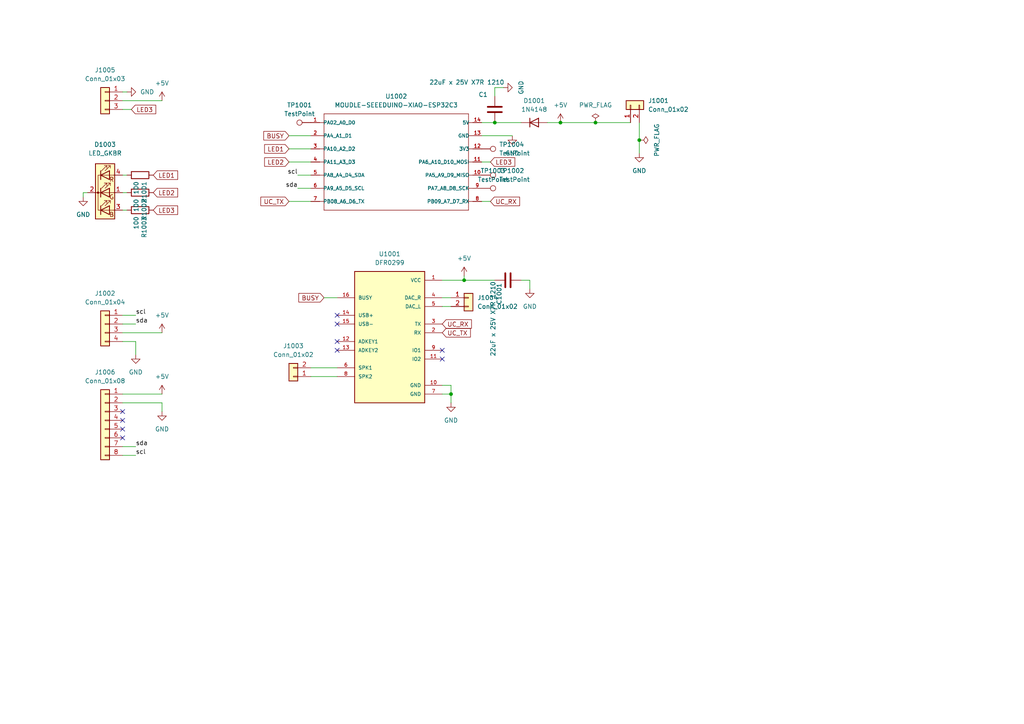
<source format=kicad_sch>
(kicad_sch (version 20231120) (generator "eeschema") (generator_version "8.0")
  (paper "A4")
  (lib_symbols
    (symbol "Connector:TestPoint" (pin_numbers hide) (pin_names (offset 0.762) hide)
      (property "Reference" "TP" (at 0 6.858 0))
      (property "Value" "TestPoint" (at 0 5.08 0))
      (symbol "TestPoint_0_1"
        (circle (center 0 3.302) (radius 0.762))
      )
      (symbol "TestPoint_1_1"
        (pin passive line (at 0 0 90) (length 2.54) (name "1") (number "1"))
      )
    )
    (symbol "Connector_Generic:Conn_01x02" (pin_names (offset 1.016) hide)
      (property "Reference" "J" (at 0 2.54 0))
      (property "Value" "Conn_01x02" (at 0 -5.08 0))
      (symbol "Conn_01x02_1_1"
        (rectangle (start -1.27 -2.413) (end 0 -2.667) (stroke (width 0.1524)))
        (rectangle (start -1.27 0.127) (end 0 -0.127) (stroke (width 0.1524)))
        (rectangle (start -1.27 1.27) (end 1.27 -3.81) (stroke (width 0.254)) (fill (type background)))
        (pin passive line (at -5.08 0 0) (length 3.81) (name "Pin_1") (number "1"))
        (pin passive line (at -5.08 -2.54 0) (length 3.81) (name "Pin_2") (number "2"))
      )
    )
    (symbol "Connector_Generic:Conn_01x03" (pin_names (offset 1.016) hide)
      (property "Reference" "J" (at 0 5.08 0))
      (property "Value" "Conn_01x03" (at 0 -5.08 0))
      (symbol "Conn_01x03_1_1"
        (rectangle (start -1.27 -2.413) (end 0 -2.667) (stroke (width 0.1524)))
        (rectangle (start -1.27 0.127) (end 0 -0.127) (stroke (width 0.1524)))
        (rectangle (start -1.27 2.667) (end 0 2.413) (stroke (width 0.1524)))
        (rectangle (start -1.27 3.81) (end 1.27 -3.81) (stroke (width 0.254)) (fill (type background)))
        (pin passive line (at -5.08 2.54 0) (length 3.81) (name "Pin_1") (number "1"))
        (pin passive line (at -5.08 0 0) (length 3.81) (name "Pin_2") (number "2"))
        (pin passive line (at -5.08 -2.54 0) (length 3.81) (name "Pin_3") (number "3"))
      )
    )
    (symbol "Connector_Generic:Conn_01x04" (pin_names (offset 1.016) hide)
      (property "Reference" "J" (at 0 5.08 0))
      (property "Value" "Conn_01x04" (at 0 -7.62 0))
      (symbol "Conn_01x04_1_1"
        (rectangle (start -1.27 -4.953) (end 0 -5.207) (stroke (width 0.1524)))
        (rectangle (start -1.27 -2.413) (end 0 -2.667) (stroke (width 0.1524)))
        (rectangle (start -1.27 0.127) (end 0 -0.127) (stroke (width 0.1524)))
        (rectangle (start -1.27 2.667) (end 0 2.413) (stroke (width 0.1524)))
        (rectangle (start -1.27 3.81) (end 1.27 -6.35) (stroke (width 0.254)) (fill (type background)))
        (pin passive line (at -5.08 2.54 0) (length 3.81) (name "Pin_1") (number "1"))
        (pin passive line (at -5.08 0 0) (length 3.81) (name "Pin_2") (number "2"))
        (pin passive line (at -5.08 -2.54 0) (length 3.81) (name "Pin_3") (number "3"))
        (pin passive line (at -5.08 -5.08 0) (length 3.81) (name "Pin_4") (number "4"))
      )
    )
    (symbol "Connector_Generic:Conn_01x08" (pin_names (offset 1.016) hide)
      (property "Reference" "J" (at 0 10.16 0))
      (property "Value" "Conn_01x08" (at 0 -12.7 0))
      (symbol "Conn_01x08_1_1"
        (rectangle (start -1.27 -10.033) (end 0 -10.287) (stroke (width 0.1524)))
        (rectangle (start -1.27 -7.493) (end 0 -7.747) (stroke (width 0.1524)))
        (rectangle (start -1.27 -4.953) (end 0 -5.207) (stroke (width 0.1524)))
        (rectangle (start -1.27 -2.413) (end 0 -2.667) (stroke (width 0.1524)))
        (rectangle (start -1.27 0.127) (end 0 -0.127) (stroke (width 0.1524)))
        (rectangle (start -1.27 2.667) (end 0 2.413) (stroke (width 0.1524)))
        (rectangle (start -1.27 5.207) (end 0 4.953) (stroke (width 0.1524)))
        (rectangle (start -1.27 7.747) (end 0 7.493) (stroke (width 0.1524)))
        (rectangle (start -1.27 8.89) (end 1.27 -11.43) (stroke (width 0.254)) (fill (type background)))
        (pin passive line (at -5.08 7.62 0) (length 3.81) (name "Pin_1") (number "1"))
        (pin passive line (at -5.08 5.08 0) (length 3.81) (name "Pin_2") (number "2"))
        (pin passive line (at -5.08 2.54 0) (length 3.81) (name "Pin_3") (number "3"))
        (pin passive line (at -5.08 0 0) (length 3.81) (name "Pin_4") (number "4"))
        (pin passive line (at -5.08 -2.54 0) (length 3.81) (name "Pin_5") (number "5"))
        (pin passive line (at -5.08 -5.08 0) (length 3.81) (name "Pin_6") (number "6"))
        (pin passive line (at -5.08 -7.62 0) (length 3.81) (name "Pin_7") (number "7"))
        (pin passive line (at -5.08 -10.16 0) (length 3.81) (name "Pin_8") (number "8"))
      )
    )
    (symbol "DFR0299:DFR0299" (pin_names (offset 1.016))
      (property "Reference" "U1001" (at 0 22.86 0))
      (property "Value" "DFR0299" (at 0 20.32 0))
      (symbol "DFR0299_0_0"
        (rectangle (start -10.16 -20.32) (end 10.16 17.78) (stroke (width 0.254)) (fill (type background)))
        (pin power_in line (at 15.24 15.24 180) (length 5.08) (name "VCC") (number "1"))
        (pin power_in line (at 15.24 -15.24 180) (length 5.08) (name "GND") (number "10"))
        (pin bidirectional line (at 15.24 -7.62 180) (length 5.08) (name "IO2") (number "11"))
        (pin input line (at -15.24 -2.54 0) (length 5.08) (name "ADKEY1") (number "12"))
        (pin input line (at -15.24 -5.08 0) (length 5.08) (name "ADKEY2") (number "13"))
        (pin input line (at -15.24 5.08 0) (length 5.08) (name "USB+") (number "14"))
        (pin input line (at -15.24 2.54 0) (length 5.08) (name "USB-") (number "15"))
        (pin input line (at -15.24 10.16 0) (length 5.08) (name "BUSY") (number "16"))
        (pin input line (at 15.24 0 180) (length 5.08) (name "RX") (number "2"))
        (pin output line (at 15.24 2.54 180) (length 5.08) (name "TX") (number "3"))
        (pin output line (at 15.24 10.16 180) (length 5.08) (name "DAC_R") (number "4"))
        (pin output line (at 15.24 7.62 180) (length 5.08) (name "DAC_L") (number "5"))
        (pin passive line (at -15.24 -10.16 0) (length 5.08) (name "SPK1") (number "6"))
        (pin power_in line (at 15.24 -17.78 180) (length 5.08) (name "GND") (number "7"))
        (pin passive line (at -15.24 -12.7 0) (length 5.08) (name "SPK2") (number "8"))
        (pin bidirectional line (at 15.24 -5.08 180) (length 5.08) (name "IO1") (number "9"))
      )
    )
    (symbol "Device:C" (pin_numbers hide) (pin_names (offset 0.254))
      (property "Reference" "C" (at 0.635 2.54 0))
      (property "Value" "C" (at 0.635 -2.54 0))
      (symbol "C_0_1"
        (polyline (pts (xy -2.032 -0.762) (xy 2.032 -0.762)) (stroke (width 0.508)))
        (polyline (pts (xy -2.032 0.762) (xy 2.032 0.762)) (stroke (width 0.508)))
      )
      (symbol "C_1_1"
        (pin passive line (at 0 3.81 270) (length 2.794) (name "~") (number "1"))
        (pin passive line (at 0 -3.81 90) (length 2.794) (name "~") (number "2"))
      )
    )
    (symbol "Device:LED_GKBR" (pin_names (offset 0) hide)
      (property "Reference" "D" (at 0 9.398 0))
      (property "Value" "LED_GKBR" (at 0 -8.89 0))
      (symbol "LED_GKBR_0_0"
        (text "B" (at 1.905 -6.35 0) (effects (font (size 1.27 1.27))))
        (text "G" (at 1.905 -1.27 0) (effects (font (size 1.27 1.27))))
        (text "R" (at 1.905 3.81 0) (effects (font (size 1.27 1.27))))
      )
      (symbol "LED_GKBR_0_1"
        (circle (center -2.032 0) (radius 0.254) (fill (type outline)))
        (polyline (pts (xy -1.27 -5.08) (xy 1.27 -5.08)))
        (polyline (pts (xy -1.27 -3.81) (xy -1.27 -6.35)) (stroke (width 0.254)))
        (polyline (pts (xy -1.27 0) (xy -2.54 0)))
        (polyline (pts (xy -1.27 1.27) (xy -1.27 -1.27)) (stroke (width 0.254)))
        (polyline (pts (xy -1.27 5.08) (xy 1.27 5.08)))
        (polyline (pts (xy -1.27 6.35) (xy -1.27 3.81)) (stroke (width 0.254)))
        (polyline (pts (xy 1.27 -5.08) (xy 2.54 -5.08)))
        (polyline (pts (xy 1.27 0) (xy -1.27 0)))
        (polyline (pts (xy 1.27 0) (xy 2.54 0)))
        (polyline (pts (xy 1.27 5.08) (xy 2.54 5.08)))
        (polyline (pts (xy -1.27 1.27) (xy -1.27 -1.27) (xy -1.27 -1.27)))
        (polyline (pts (xy -1.27 6.35) (xy -1.27 3.81) (xy -1.27 3.81)))
        (polyline (pts (xy -1.27 5.08) (xy -2.032 5.08) (xy -2.032 -5.08) (xy -1.016 -5.08)))
        (polyline (pts (xy 1.27 -3.81) (xy 1.27 -6.35) (xy -1.27 -5.08) (xy 1.27 -3.81)) (stroke (width 0.254)))
        (polyline (pts (xy 1.27 1.27) (xy 1.27 -1.27) (xy -1.27 0) (xy 1.27 1.27)) (stroke (width 0.254)))
        (polyline (pts (xy 1.27 6.35) (xy 1.27 3.81) (xy -1.27 5.08) (xy 1.27 6.35)) (stroke (width 0.254)))
        (polyline (pts (xy -1.016 -3.81) (xy 0.508 -2.286) (xy -0.254 -2.286) (xy 0.508 -2.286) (xy 0.508 -3.048)))
        (polyline (pts (xy -1.016 1.27) (xy 0.508 2.794) (xy -0.254 2.794) (xy 0.508 2.794) (xy 0.508 2.032)))
        (polyline (pts (xy -1.016 6.35) (xy 0.508 7.874) (xy -0.254 7.874) (xy 0.508 7.874) (xy 0.508 7.112)))
        (polyline (pts (xy 0 -3.81) (xy 1.524 -2.286) (xy 0.762 -2.286) (xy 1.524 -2.286) (xy 1.524 -3.048)))
        (polyline (pts (xy 0 1.27) (xy 1.524 2.794) (xy 0.762 2.794) (xy 1.524 2.794) (xy 1.524 2.032)))
        (polyline (pts (xy 0 6.35) (xy 1.524 7.874) (xy 0.762 7.874) (xy 1.524 7.874) (xy 1.524 7.112)))
        (rectangle (start 1.27 -1.27) (end 1.27 1.27))
        (rectangle (start 1.27 1.27) (end 1.27 1.27))
        (rectangle (start 1.27 3.81) (end 1.27 6.35))
        (rectangle (start 1.27 6.35) (end 1.27 6.35))
        (rectangle (start 2.794 8.382) (end -2.794 -7.62) (stroke (width 0.254)) (fill (type background)))
      )
      (symbol "LED_GKBR_1_1"
        (pin passive line (at 5.08 0 180) (length 2.54) (name "GA") (number "1"))
        (pin passive line (at -5.08 0 0) (length 2.54) (name "K") (number "2"))
        (pin passive line (at 5.08 -5.08 180) (length 2.54) (name "BA") (number "3"))
        (pin passive line (at 5.08 5.08 180) (length 2.54) (name "RA") (number "4"))
      )
    )
    (symbol "Device:R" (pin_numbers hide) (pin_names (offset 0))
      (property "Reference" "R" (at 2.032 0 90))
      (property "Value" "R" (at 0 0 90))
      (symbol "R_0_1"
        (rectangle (start -1.016 -2.54) (end 1.016 2.54) (stroke (width 0.254)))
      )
      (symbol "R_1_1"
        (pin passive line (at 0 3.81 270) (length 1.27) (name "~") (number "1"))
        (pin passive line (at 0 -3.81 90) (length 1.27) (name "~") (number "2"))
      )
    )
    (symbol "Diode:1N4148" (pin_numbers hide) (pin_names hide)
      (property "Reference" "D" (at 0 2.54 0))
      (property "Value" "1N4148" (at 0 -2.54 0))
      (symbol "1N4148_0_1"
        (polyline (pts (xy -1.27 1.27) (xy -1.27 -1.27)) (stroke (width 0.254)))
        (polyline (pts (xy 1.27 0) (xy -1.27 0)))
        (polyline (pts (xy 1.27 1.27) (xy 1.27 -1.27) (xy -1.27 0) (xy 1.27 1.27)) (stroke (width 0.254)))
      )
      (symbol "1N4148_1_1"
        (pin passive line (at -3.81 0 0) (length 2.54) (name "K") (number "1"))
        (pin passive line (at 3.81 0 180) (length 2.54) (name "A") (number "2"))
      )
    )
    (symbol "MOUDLE-SEEEDUINO-XIAO-ESP32C3:MOUDLE-SEEEDUINO-XIAO-ESP32C3" (pin_names (offset 1.016))
      (property "Reference" "U" (at -21.59 15.24 0))
      (property "Value" "MOUDLE-SEEEDUINO-XIAO-ESP32C3" (at -21.59 13.97 0))
      (symbol "MOUDLE-SEEEDUINO-XIAO-ESP32C3_0_0"
        (polyline (pts (xy -21.59 -13.97) (xy -21.59 0)) (stroke (width 0.1524)))
        (polyline (pts (xy -21.59 -11.43) (xy -22.86 -11.43)) (stroke (width 0.1524)))
        (polyline (pts (xy -21.59 -7.62) (xy -22.86 -7.62)) (stroke (width 0.1524)))
        (polyline (pts (xy -21.59 -3.81) (xy -22.86 -3.81)) (stroke (width 0.1524)))
        (polyline (pts (xy -21.59 0) (xy -22.86 0)) (stroke (width 0.1524)))
        (polyline (pts (xy -21.59 0) (xy -21.59 3.81)) (stroke (width 0.1524)))
        (polyline (pts (xy -21.59 3.81) (xy -22.86 3.81)) (stroke (width 0.1524)))
        (polyline (pts (xy -21.59 3.81) (xy -21.59 7.62)) (stroke (width 0.1524)))
        (polyline (pts (xy -21.59 7.62) (xy -22.86 7.62)) (stroke (width 0.1524)))
        (polyline (pts (xy -21.59 7.62) (xy -21.59 11.43)) (stroke (width 0.1524)))
        (polyline (pts (xy -21.59 11.43) (xy -22.86 11.43)) (stroke (width 0.1524)))
        (polyline (pts (xy -21.59 11.43) (xy -21.59 13.97)) (stroke (width 0.1524)))
        (polyline (pts (xy -21.59 13.97) (xy 20.32 13.97)) (stroke (width 0.1524)))
        (polyline (pts (xy 20.32 -13.97) (xy -21.59 -13.97)) (stroke (width 0.1524)))
        (polyline (pts (xy 20.32 3.81) (xy 20.32 -13.97)) (stroke (width 0.1524)))
        (polyline (pts (xy 20.32 7.62) (xy 20.32 3.81)) (stroke (width 0.1524)))
        (polyline (pts (xy 20.32 11.43) (xy 20.32 7.62)) (stroke (width 0.1524)))
        (polyline (pts (xy 20.32 13.97) (xy 20.32 11.43)) (stroke (width 0.1524)))
        (polyline (pts (xy 21.59 -11.43) (xy 20.32 -11.43)) (stroke (width 0.1524)))
        (polyline (pts (xy 21.59 -7.62) (xy 20.32 -7.62)) (stroke (width 0.1524)))
        (polyline (pts (xy 21.59 -3.81) (xy 20.32 -3.81)) (stroke (width 0.1524)))
        (polyline (pts (xy 21.59 0) (xy 20.32 0)) (stroke (width 0.1524)))
        (polyline (pts (xy 21.59 3.81) (xy 20.32 3.81)) (stroke (width 0.1524)))
        (polyline (pts (xy 21.59 7.62) (xy 20.32 7.62)) (stroke (width 0.1524)))
        (polyline (pts (xy 21.59 11.43) (xy 20.32 11.43)) (stroke (width 0.1524)))
        (pin bidirectional line (at -25.4 11.43 0) (length 2.54) (name "PA02_A0_D0") (number "1"))
        (pin bidirectional line (at 24.13 -3.81 180) (length 2.54) (name "PA5_A9_D9_MISO") (number "10"))
        (pin bidirectional line (at 24.13 0 180) (length 2.54) (name "PA6_A10_D10_MOSI") (number "11"))
        (pin bidirectional line (at 24.13 3.81 180) (length 2.54) (name "3V3") (number "12"))
        (pin bidirectional line (at 24.13 7.62 180) (length 2.54) (name "GND") (number "13"))
        (pin bidirectional line (at 24.13 11.43 180) (length 2.54) (name "5V") (number "14"))
        (pin bidirectional line (at -25.4 7.62 0) (length 2.54) (name "PA4_A1_D1") (number "2"))
        (pin bidirectional line (at -25.4 3.81 0) (length 2.54) (name "PA10_A2_D2") (number "3"))
        (pin bidirectional line (at -25.4 0 0) (length 2.54) (name "PA11_A3_D3") (number "4"))
        (pin bidirectional line (at -25.4 -3.81 0) (length 2.54) (name "PA8_A4_D4_SDA") (number "5"))
        (pin bidirectional line (at -25.4 -7.62 0) (length 2.54) (name "PA9_A5_D5_SCL") (number "6"))
        (pin bidirectional line (at -25.4 -11.43 0) (length 2.54) (name "PB08_A6_D6_TX") (number "7"))
        (pin bidirectional line (at 24.13 -11.43 180) (length 2.54) (name "PB09_A7_D7_RX") (number "8"))
        (pin bidirectional line (at 24.13 -7.62 180) (length 2.54) (name "PA7_A8_D8_SCK") (number "9"))
      )
    )
    (symbol "power:+5V" (power) (pin_names (offset 0))
      (property "Value" "+5V" (at 0 3.556 0))
      (symbol "+5V_0_1"
        (polyline (pts (xy -0.762 1.27) (xy 0 2.54)))
        (polyline (pts (xy 0 0) (xy 0 2.54)))
        (polyline (pts (xy 0 2.54) (xy 0.762 1.27)))
      )
      (symbol "+5V_1_1"
        (pin power_in line (at 0 0 90) (length 0) hide (name "+5V") (number "1"))
      )
    )
    (symbol "power:GND" (power) (pin_names (offset 0))
      (property "Value" "GND" (at 0 -3.81 0))
      (symbol "GND_0_1"
        (polyline (pts (xy 0 0) (xy 0 -1.27) (xy 1.27 -1.27) (xy 0 -2.54) (xy -1.27 -1.27) (xy 0 -1.27)))
      )
      (symbol "GND_1_1"
        (pin power_in line (at 0 0 270) (length 0) hide (name "GND") (number "1"))
      )
    )
    (symbol "power:PWR_FLAG" (power) (pin_numbers hide) (pin_names (offset 0) hide)
      (property "Value" "PWR_FLAG" (at 0 3.81 0))
      (symbol "PWR_FLAG_0_0"
        (pin power_out line (at 0 0 90) (length 0) (name "pwr") (number "1"))
      )
      (symbol "PWR_FLAG_0_1"
        (polyline (pts (xy 0 0) (xy 0 1.27) (xy -1.016 1.905) (xy 0 2.54) (xy 1.016 1.905) (xy 0 1.27)))
      )
    )
  )
  (junction (at 134.62 81.28))
  (junction (at 172.72 35.56))
  (junction (at 143.51 35.56))
  (junction (at 130.81 114.3))
  (junction (at 162.56 35.56))
  (junction (at 185.42 40.64))
  (no_connect (at 128.27 101.6))
  (no_connect (at 97.79 99.06))
  (no_connect (at 97.79 91.44))
  (no_connect (at 35.56 127))
  (no_connect (at 128.27 104.14))
  (no_connect (at 97.79 101.6))
  (no_connect (at 97.79 93.98))
  (no_connect (at 35.56 119.38))
  (no_connect (at 35.56 124.46))
  (no_connect (at 35.56 121.92))
  (wire (pts (xy 35.56 55.88) (xy 36.83 55.88)))
  (wire (pts (xy 83.82 43.18) (xy 90.17 43.18)))
  (wire (pts (xy 83.82 58.42) (xy 90.17 58.42)))
  (wire (pts (xy 153.67 83.82) (xy 153.67 81.28)))
  (wire (pts (xy 153.67 81.28) (xy 151.13 81.28)))
  (wire (pts (xy 90.17 50.8) (xy 86.36 50.8)))
  (wire (pts (xy 24.13 55.88) (xy 24.13 57.15)))
  (wire (pts (xy 39.37 99.06) (xy 39.37 102.87)))
  (wire (pts (xy 130.81 111.76) (xy 130.81 114.3)))
  (wire (pts (xy 83.82 39.37) (xy 90.17 39.37)))
  (wire (pts (xy 143.51 35.56) (xy 151.13 35.56)))
  (wire (pts (xy 128.27 114.3) (xy 130.81 114.3)))
  (wire (pts (xy 35.56 29.21) (xy 46.99 29.21)))
  (wire (pts (xy 128.27 81.28) (xy 134.62 81.28)))
  (wire (pts (xy 128.27 111.76) (xy 130.81 111.76)))
  (wire (pts (xy 158.75 35.56) (xy 162.56 35.56)))
  (wire (pts (xy 134.62 81.28) (xy 143.51 81.28)))
  (wire (pts (xy 35.56 26.67) (xy 36.83 26.67)))
  (wire (pts (xy 35.56 116.84) (xy 46.99 116.84)))
  (wire (pts (xy 146.05 25.4) (xy 143.51 25.4)))
  (wire (pts (xy 90.17 109.22) (xy 97.79 109.22)))
  (wire (pts (xy 35.56 60.96) (xy 36.83 60.96)))
  (wire (pts (xy 139.7 35.56) (xy 143.51 35.56)))
  (wire (pts (xy 25.4 55.88) (xy 24.13 55.88)))
  (wire (pts (xy 35.56 132.08) (xy 39.37 132.08)))
  (wire (pts (xy 128.27 88.9) (xy 130.81 88.9)))
  (wire (pts (xy 90.17 106.68) (xy 97.79 106.68)))
  (wire (pts (xy 35.56 96.52) (xy 46.99 96.52)))
  (wire (pts (xy 35.56 99.06) (xy 39.37 99.06)))
  (wire (pts (xy 130.81 114.3) (xy 130.81 116.84)))
  (wire (pts (xy 185.42 35.56) (xy 185.42 40.64)))
  (wire (pts (xy 35.56 50.8) (xy 36.83 50.8)))
  (wire (pts (xy 35.56 91.44) (xy 39.37 91.44)))
  (wire (pts (xy 83.82 46.99) (xy 90.17 46.99)))
  (wire (pts (xy 128.27 86.36) (xy 130.81 86.36)))
  (wire (pts (xy 46.99 116.84) (xy 46.99 119.38)))
  (wire (pts (xy 35.56 31.75) (xy 38.1 31.75)))
  (wire (pts (xy 185.42 40.64) (xy 185.42 44.45)))
  (wire (pts (xy 35.56 129.54) (xy 39.37 129.54)))
  (wire (pts (xy 35.56 93.98) (xy 39.37 93.98)))
  (wire (pts (xy 134.62 80.01) (xy 134.62 81.28)))
  (wire (pts (xy 139.7 46.99) (xy 142.24 46.99)))
  (wire (pts (xy 172.72 35.56) (xy 182.88 35.56)))
  (wire (pts (xy 162.56 35.56) (xy 172.72 35.56)))
  (wire (pts (xy 35.56 114.3) (xy 46.99 114.3)))
  (wire (pts (xy 90.17 54.61) (xy 86.36 54.61)))
  (wire (pts (xy 93.98 86.36) (xy 97.79 86.36)))
  (wire (pts (xy 139.7 39.37) (xy 148.59 39.37)))
  (wire (pts (xy 143.51 25.4) (xy 143.51 27.94)))
  (wire (pts (xy 139.7 58.42) (xy 142.24 58.42)))
  (label "sda" (at 86.36 54.61 180))
  (label "scl" (at 39.37 132.08 0))
  (label "sda" (at 39.37 93.98 0))
  (label "scl" (at 39.37 91.44 0))
  (label "sda" (at 39.37 129.54 0))
  (label "scl" (at 86.36 50.8 180))
  (global_label "LED3" (shape input) (at 38.1 31.75 0) (property "Intersheetrefs" "${INTERSHEET_REFS}" (effects (hide yes))))
  (global_label "UC_TX" (shape input) (at 128.27 96.52 0) (property "Intersheetrefs" "${INTERSHEET_REFS}" (effects (hide yes))))
  (global_label "LED1" (shape input) (at 83.82 43.18 180) (property "Intersheetrefs" "${INTERSHEET_REFS}" (effects (hide yes))))
  (global_label "LED2" (shape input) (at 44.45 55.88 0) (property "Intersheetrefs" "${INTERSHEET_REFS}" (effects (hide yes))))
  (global_label "BUSY" (shape input) (at 83.82 39.37 180) (property "Intersheetrefs" "${INTERSHEET_REFS}" (effects (hide yes))))
  (global_label "UC_RX" (shape input) (at 128.27 93.98 0) (property "Intersheetrefs" "${INTERSHEET_REFS}" (effects (hide yes))))
  (global_label "UC_RX" (shape input) (at 142.24 58.42 0) (property "Intersheetrefs" "${INTERSHEET_REFS}" (effects (hide yes))))
  (global_label "LED2" (shape input) (at 83.82 46.99 180) (property "Intersheetrefs" "${INTERSHEET_REFS}" (effects (hide yes))))
  (global_label "LED3" (shape input) (at 44.45 60.96 0) (property "Intersheetrefs" "${INTERSHEET_REFS}" (effects (hide yes))))
  (global_label "LED1" (shape input) (at 44.45 50.8 0) (property "Intersheetrefs" "${INTERSHEET_REFS}" (effects (hide yes))))
  (global_label "LED3" (shape input) (at 142.24 46.99 0) (property "Intersheetrefs" "${INTERSHEET_REFS}" (effects (hide yes))))
  (global_label "BUSY" (shape input) (at 93.98 86.36 180) (property "Intersheetrefs" "${INTERSHEET_REFS}" (effects (hide yes))))
  (global_label "UC_TX" (shape input) (at 83.82 58.42 180) (property "Intersheetrefs" "${INTERSHEET_REFS}" (effects (hide yes))))
  (symbol (lib_id "power:GND") (at 39.37 102.87 0) (unit 1)
    (property "Reference" "#PWR01007" (effects (hide yes)))
    (property "Value" "GND" (at 39.37 107.95 0))
  )
  (symbol (lib_id "power:GND") (at 185.42 44.45 0) (unit 1)
    (property "Reference" "#PWR01004" (effects (hide yes)))
    (property "Value" "GND" (at 185.42 49.53 0))
  )
  (symbol (lib_id "power:GND") (at 24.13 57.15 0) (unit 1)
    (property "Reference" "#PWR01001" (effects (hide yes)))
    (property "Value" "GND" (at 24.13 62.23 0))
  )
  (symbol (lib_id "Connector:TestPoint") (at 90.17 35.56 90) (unit 1)
    (property "Reference" "TP1001" (at 86.868 30.48 90))
    (property "Value" "TestPoint" (at 86.868 33.02 90))
    (property "Footprint" "TestPoint:TestPoint_Pad_3.0x3.0mm" (effects (hide yes)))
    (property "Description" "test point" (effects (hide yes)))
  )
  (symbol (lib_id "Connector:TestPoint") (at 139.7 50.8 270) (unit 1)
    (property "Reference" "TP1002" (at 144.78 49.5299 90) (effects (justify left)))
    (property "Value" "TestPoint" (at 144.78 52.0699 90) (effects (justify left)))
    (property "Footprint" "TestPoint:TestPoint_Pad_3.0x3.0mm" (effects (hide yes)))
    (property "Description" "test point" (effects (hide yes)))
  )
  (symbol (lib_id "power:GND") (at 36.83 26.67 90) (unit 1)
    (property "Reference" "#PWR01011" (effects (hide yes)))
    (property "Value" "GND" (at 40.64 26.6699 90) (effects (justify right)))
  )
  (symbol (lib_id "power:GND") (at 153.67 83.82 0) (unit 1)
    (property "Reference" "#PWR01005" (effects (hide yes)))
    (property "Value" "GND" (at 153.67 88.9 0))
  )
  (symbol (lib_id "power:+5V") (at 46.99 96.52 0) (unit 1)
    (property "Reference" "#PWR01006" (effects (hide yes)))
    (property "Value" "+5V" (at 46.99 91.44 0))
  )
  (symbol (lib_id "power:+5V") (at 162.56 35.56 0) (unit 1)
    (property "Reference" "#PWR01008" (effects (hide yes)))
    (property "Value" "+5V" (at 162.56 30.48 0))
  )
  (symbol (lib_id "power:PWR_FLAG") (at 172.72 35.56 0) (unit 1)
    (property "Reference" "#FLG01001" (effects (hide yes)))
    (property "Value" "PWR_FLAG" (at 172.72 30.48 0))
  )
  (symbol (lib_id "power:GND") (at 146.05 25.4 90) (unit 1)
    (property "Reference" "#PWR01" (effects (hide yes)))
    (property "Value" "GND" (at 151.13 25.4 0))
  )
  (symbol (lib_id "Diode:1N4148") (at 154.94 35.56 0) (unit 1)
    (property "Reference" "D1001" (at 154.94 29.21 0))
    (property "Value" "1N4148" (at 154.94 31.75 0))
    (property "Footprint" "Diode_THT:D_DO-35_SOD27_P7.62mm_Horizontal" (effects (hide yes)))
    (property "Datasheet" "https://assets.nexperia.com/documents/data-sheet/1N4148_1N4448.pdf" (effects (hide yes)))
    (property "Description" "100V 0.15A standard switching diode, DO-35" (effects (hide yes)))
    (property "Sim.Device" "D" (effects (hide yes)))
    (property "Sim.Pins" "1=K 2=A" (effects (hide yes)))
  )
  (symbol (lib_id "Connector_Generic:Conn_01x04") (at 30.48 93.98 0) (mirror y) (unit 1)
    (property "Reference" "J1002" (at 30.48 85.09 0))
    (property "Value" "Conn_01x04" (at 30.48 87.63 0))
    (property "Footprint" "Connector_PinHeader_2.54mm:PinHeader_1x04_P2.54mm_Vertical" (effects (hide yes)))
  )
  (symbol (lib_id "power:+5V") (at 46.99 114.3 0) (unit 1)
    (property "Reference" "#PWR01012" (effects (hide yes)))
    (property "Value" "+5V" (at 46.99 109.22 0))
  )
  (symbol (lib_id "Connector:TestPoint") (at 139.7 54.61 270) (mirror x) (unit 1)
    (property "Reference" "TP1003" (at 143.002 49.53 90))
    (property "Value" "TestPoint" (at 143.002 52.07 90))
    (property "Footprint" "TestPoint:TestPoint_Pad_3.0x3.0mm" (effects (hide yes)))
    (property "Description" "test point" (effects (hide yes)))
  )
  (symbol (lib_id "power:PWR_FLAG") (at 185.42 40.64 270) (unit 1)
    (property "Reference" "#FLG01002" (effects (hide yes)))
    (property "Value" "PWR_FLAG" (at 190.5 40.64 0))
  )
  (symbol (lib_id "power:+5V") (at 134.62 80.01 0) (unit 1)
    (property "Reference" "#PWR01010" (effects (hide yes)))
    (property "Value" "+5V" (at 134.62 74.93 0))
  )
  (symbol (lib_id "Connector_Generic:Conn_01x02") (at 182.88 30.48 90) (unit 1)
    (property "Reference" "J1001" (at 187.96 29.2099 90) (effects (justify right)))
    (property "Value" "Conn_01x02" (at 187.96 31.7499 90) (effects (justify right)))
    (property "Footprint" "Connector_Phoenix_MC:PhoenixContact_MCV_1,5_2-G-3.81_1x02_P3.81mm_Vertical" (effects (hide yes)))
  )
  (symbol (lib_id "Connector_Generic:Conn_01x08") (at 30.48 121.92 0) (mirror y) (unit 1)
    (property "Reference" "J1006" (at 30.48 107.95 0))
    (property "Value" "Conn_01x08" (at 30.48 110.49 0))
    (property "Footprint" "Connector_PinHeader_2.54mm:PinHeader_1x08_P2.54mm_Vertical" (effects (hide yes)))
    (property "Description" "Generic connector, single row, 01x08, script generated (kicad-library-utils/schlib/autogen/connector/)" (effects (hide yes)))
  )
  (symbol (lib_id "MOUDLE-SEEEDUINO-XIAO-ESP32C3:MOUDLE-SEEEDUINO-XIAO-ESP32C3") (at 115.57 46.99 0) (unit 1)
    (property "Reference" "U1002" (at 114.935 27.94 0))
    (property "Value" "MOUDLE-SEEEDUINO-XIAO-ESP32C3" (at 114.935 30.48 0))
    (property "Footprint" "footprints_esp:XIAO-Generic-Hybrid-14P-2.54-21X17.8MM" (effects (hide yes)))
  )
  (symbol (lib_id "Connector_Generic:Conn_01x02") (at 85.09 109.22 180) (unit 1)
    (property "Reference" "J1003" (at 85.09 100.33 0))
    (property "Value" "Conn_01x02" (at 85.09 102.87 0))
    (property "Footprint" "TerminalBlock:TerminalBlock_bornier-2_P5.08mm" (effects (hide yes)))
  )
  (symbol (lib_id "Device:C") (at 147.32 81.28 90) (unit 1)
    (property "Reference" "C1001" (at 144.78 88.392 0) (effects (justify left)))
    (property "Value" "22uF x 25V X7R 1210" (at 143.002 103.378 0) (effects (justify left)))
    (property "Footprint" "Capacitor_THT:C_Rect_L4.0mm_W2.5mm_P2.50mm" (effects (hide yes)))
    (property "Digikey Code" "1276-3392-1-ND" (effects (hide yes)))
    (property "Codigo fabricante" "CL32B226KAJNNNE" (effects (hide yes)))
  )
  (symbol (lib_id "power:GND") (at 46.99 119.38 0) (unit 1)
    (property "Reference" "#PWR01013" (effects (hide yes)))
    (property "Value" "GND" (at 46.99 124.46 0))
  )
  (symbol (lib_id "Connector_Generic:Conn_01x02") (at 135.89 86.36 0) (unit 1)
    (property "Reference" "J1004" (at 138.43 86.3599 0) (effects (justify left)))
    (property "Value" "Conn_01x02" (at 138.43 88.8999 0) (effects (justify left)))
    (property "Footprint" "TerminalBlock:TerminalBlock_bornier-2_P5.08mm" (effects (hide yes)))
  )
  (symbol (lib_id "power:+5V") (at 46.99 29.21 0) (unit 1)
    (property "Reference" "#PWR01009" (effects (hide yes)))
    (property "Value" "+5V" (at 46.99 24.13 0))
  )
  (symbol (lib_id "Device:LED_GKBR") (at 30.48 55.88 0) (unit 1)
    (property "Reference" "D1003" (at 30.48 41.91 0))
    (property "Value" "LED_GKBR" (at 30.48 44.45 0))
    (property "Footprint" "LED_THT:LED_D5.0mm-4_RGB_Wide_Pins" (effects (hide yes)))
    (property "Description" "RGB LED, green/cathode/blue/red" (effects (hide yes)))
  )
  (symbol (lib_id "Connector_Generic:Conn_01x03") (at 30.48 29.21 0) (mirror y) (unit 1)
    (property "Reference" "J1005" (at 30.48 20.32 0))
    (property "Value" "Conn_01x03" (at 30.48 22.86 0))
    (property "Footprint" "Connector_PinHeader_2.54mm:PinHeader_1x03_P2.54mm_Vertical" (effects (hide yes)))
    (property "Description" "Generic connector, single row, 01x03, script generated (kicad-library-utils/schlib/autogen/connector/)" (effects (hide yes)))
  )
  (symbol (lib_id "Connector:TestPoint") (at 139.7 43.18 270) (unit 1)
    (property "Reference" "TP1004" (at 144.78 41.9099 90) (effects (justify left)))
    (property "Value" "TestPoint" (at 144.78 44.4499 90) (effects (justify left)))
    (property "Footprint" "TestPoint:TestPoint_Pad_3.0x3.0mm" (effects (hide yes)))
    (property "Description" "test point" (effects (hide yes)))
  )
  (symbol (lib_id "Device:C") (at 143.51 31.75 180) (unit 1)
    (property "Reference" "C1" (at 141.478 27.432 0) (effects (justify left)))
    (property "Value" "22uF x 25V X7R 1210" (at 146.304 23.876 0) (effects (justify left)))
    (property "Footprint" "Capacitor_THT:C_Rect_L4.0mm_W2.5mm_P2.50mm" (effects (hide yes)))
    (property "Digikey Code" "1276-3392-1-ND" (effects (hide yes)))
    (property "Codigo fabricante" "CL32B226KAJNNNE" (effects (hide yes)))
  )
  (symbol (lib_id "Device:R") (at 40.64 50.8 270) (unit 1)
    (property "Reference" "R1001" (at 41.8084 52.578 0) (effects (justify left)))
    (property "Value" "100" (at 39.497 52.578 0) (effects (justify left)))
    (property "Footprint" "Resistor_SMD:R_0603_1608Metric" (effects (hide yes)))
    (property "Digikey Code" "2019-RK73H1JRTTD2200FCT-ND" (effects (hide yes)))
  )
  (symbol (lib_id "power:GND") (at 148.59 39.37 0) (unit 1)
    (property "Reference" "#PWR01003" (effects (hide yes)))
    (property "Value" "GND" (at 148.59 44.45 0))
  )
  (symbol (lib_id "Device:R") (at 40.64 60.96 270) (unit 1)
    (property "Reference" "R1003" (at 41.8084 62.738 0) (effects (justify left)))
    (property "Value" "100" (at 39.497 62.738 0) (effects (justify left)))
    (property "Footprint" "Resistor_SMD:R_0603_1608Metric" (effects (hide yes)))
    (property "Digikey Code" "2019-RK73H1JRTTD2200FCT-ND" (effects (hide yes)))
  )
  (symbol (lib_id "power:GND") (at 130.81 116.84 0) (unit 1)
    (property "Reference" "#PWR01002" (effects (hide yes)))
    (property "Value" "GND" (at 130.81 121.92 0))
  )
  (symbol (lib_id "DFR0299:DFR0299") (at 113.03 96.52 0) (unit 1)
    (property "Reference" "U1001" (at 113.03 73.66 0))
    (property "Value" "DFR0299" (at 113.03 76.2 0))
    (property "Footprint" "DFR0299:MODULE_DFR0299" (effects (hide yes)))
    (property "MF" "DFRobot" (effects (hide yes)))
    (property "DESCRIPTION" "Dfplayer - a Mini Mp3 Player" (effects (hide yes)))
    (property "PACKAGE" "None" (effects (hide yes)))
    (property "PRICE" "None" (effects (hide yes)))
    (property "Package" "None" (effects (hide yes)))
    (property "Check_prices" "https://www.snapeda.com/parts/DFR0299/DFRobot/view-part/?ref=eda" (effects (hide yes)))
    (property "Price" "None" (effects (hide yes)))
    (property "SnapEDA_Link" "https://www.snapeda.com/parts/DFR0299/DFRobot/view-part/?ref=snap" (effects (hide yes)))
    (property "MP" "DFR0299" (effects (hide yes)))
    (property "Availability" "In Stock" (effects (hide yes)))
    (property "AVAILABILITY" "Unavailable" (effects (hide yes)))
    (property "Description_1" "\n- MP3 Player Audio Arduino Platform Evaluation Expansion Board\n" (effects (hide yes)))
  )
  (symbol (lib_id "Device:R") (at 40.64 55.88 270) (unit 1)
    (property "Reference" "R1002" (at 41.8084 57.658 0) (effects (justify left)))
    (property "Value" "100" (at 39.497 57.658 0) (effects (justify left)))
    (property "Footprint" "Resistor_SMD:R_0603_1608Metric" (effects (hide yes)))
    (property "Digikey Code" "2019-RK73H1JRTTD2200FCT-ND" (effects (hide yes)))
  )
)
</source>
